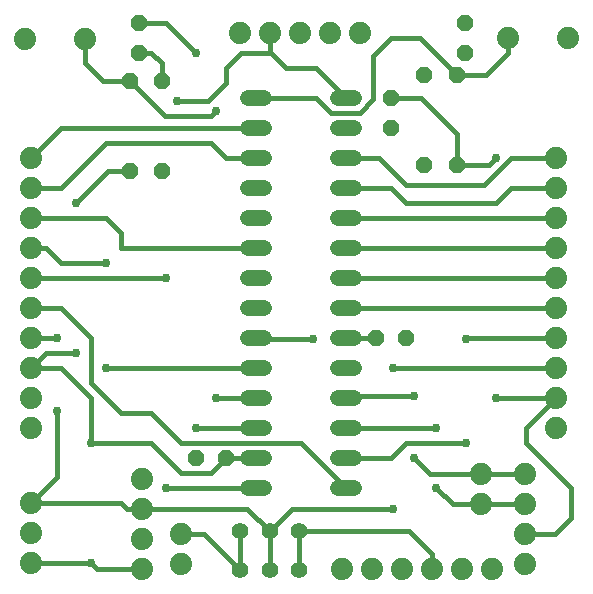
<source format=gbr>
G04 EAGLE Gerber RS-274X export*
G75*
%MOMM*%
%FSLAX34Y34*%
%LPD*%
%INTop Copper*%
%IPPOS*%
%AMOC8*
5,1,8,0,0,1.08239X$1,22.5*%
G01*
%ADD10P,1.429621X8X292.500000*%
%ADD11P,1.429621X8X202.500000*%
%ADD12P,1.429621X8X22.500000*%
%ADD13P,1.429621X8X112.500000*%
%ADD14C,1.320800*%
%ADD15C,1.879600*%
%ADD16C,1.408000*%
%ADD17C,0.406400*%
%ADD18C,0.756400*%


D10*
X330200Y419100D03*
X330200Y393700D03*
D11*
X190500Y114300D03*
X165100Y114300D03*
D12*
X317500Y215900D03*
X342900Y215900D03*
D10*
X392430Y482600D03*
X392430Y457200D03*
X116840Y482600D03*
X116840Y457200D03*
D13*
X358140Y361950D03*
X358140Y438150D03*
X135890Y356870D03*
X135890Y433070D03*
D10*
X386080Y438150D03*
X386080Y361950D03*
X109220Y433070D03*
X109220Y356870D03*
D14*
X209296Y419100D02*
X222504Y419100D01*
X222504Y393700D02*
X209296Y393700D01*
X209296Y368300D02*
X222504Y368300D01*
X222504Y342900D02*
X209296Y342900D01*
X209296Y317500D02*
X222504Y317500D01*
X222504Y292100D02*
X209296Y292100D01*
X209296Y266700D02*
X222504Y266700D01*
X222504Y241300D02*
X209296Y241300D01*
X209296Y215900D02*
X222504Y215900D01*
X222504Y190500D02*
X209296Y190500D01*
X209296Y165100D02*
X222504Y165100D01*
X222504Y139700D02*
X209296Y139700D01*
X209296Y114300D02*
X222504Y114300D01*
X222504Y88900D02*
X209296Y88900D01*
X285496Y88900D02*
X298704Y88900D01*
X298704Y114300D02*
X285496Y114300D01*
X285496Y139700D02*
X298704Y139700D01*
X298704Y165100D02*
X285496Y165100D01*
X285496Y190500D02*
X298704Y190500D01*
X298704Y215900D02*
X285496Y215900D01*
X285496Y241300D02*
X298704Y241300D01*
X298704Y266700D02*
X285496Y266700D01*
X285496Y292100D02*
X298704Y292100D01*
X298704Y317500D02*
X285496Y317500D01*
X285496Y342900D02*
X298704Y342900D01*
X298704Y368300D02*
X285496Y368300D01*
X285496Y393700D02*
X298704Y393700D01*
X298704Y419100D02*
X285496Y419100D01*
D15*
X406400Y100330D03*
X406400Y74930D03*
X469900Y368300D03*
X469900Y342900D03*
X469900Y317500D03*
X469900Y292100D03*
X469900Y266700D03*
X469900Y241300D03*
X469900Y215900D03*
X469900Y190500D03*
X469900Y165100D03*
X469900Y139700D03*
X25400Y241300D03*
X25400Y215900D03*
X25400Y190500D03*
X25400Y165100D03*
X25400Y139700D03*
X25400Y368300D03*
X25400Y342900D03*
X25400Y317500D03*
X25400Y292100D03*
X25400Y266700D03*
X25400Y25400D03*
X25400Y76200D03*
X25400Y50800D03*
X152400Y24130D03*
X152400Y49530D03*
D16*
X202330Y19060D03*
X227330Y19060D03*
X252330Y19060D03*
X252330Y52060D03*
X227330Y52060D03*
X202330Y52060D03*
D15*
X119380Y20320D03*
X119380Y45720D03*
X119380Y71120D03*
X119380Y96520D03*
X415290Y20320D03*
X389890Y20320D03*
X364490Y20320D03*
X339090Y20320D03*
X313690Y20320D03*
X288290Y20320D03*
X201930Y473710D03*
X227330Y473710D03*
X252730Y473710D03*
X278130Y473710D03*
X303530Y473710D03*
X443230Y24130D03*
X443230Y49530D03*
X443230Y74930D03*
X443230Y100330D03*
X429260Y469900D03*
X480060Y469900D03*
X71120Y468630D03*
X20320Y468630D03*
D17*
X202330Y52060D02*
X202330Y19060D01*
X171860Y49530D02*
X152400Y49530D01*
X171860Y49530D02*
X202330Y19060D01*
X227330Y19060D02*
X227330Y52060D01*
X208270Y71120D01*
X119380Y71120D01*
X227330Y52060D02*
X246390Y71120D01*
X331470Y71120D01*
D18*
X331470Y71120D03*
X331470Y190500D03*
D17*
X469900Y190500D01*
X119380Y71120D02*
X106680Y71120D01*
X101600Y76200D01*
X25400Y76200D01*
X25400Y215900D02*
X46990Y215900D01*
D18*
X46990Y215900D03*
X46990Y153670D03*
D17*
X46990Y97790D01*
X25400Y76200D01*
X190500Y114300D02*
X215900Y114300D01*
X330200Y419100D02*
X355600Y419100D01*
X386080Y388620D01*
X386080Y361950D01*
X443230Y49530D02*
X468630Y49530D01*
X482600Y63500D01*
X482600Y88900D01*
X444500Y127000D01*
X444500Y139700D01*
X469900Y165100D01*
X119380Y20320D02*
X81280Y20320D01*
X76200Y25400D01*
D18*
X76200Y25400D03*
X76200Y127000D03*
D17*
X76200Y25400D02*
X25400Y25400D01*
X127000Y127000D02*
X152400Y101600D01*
X127000Y127000D02*
X76200Y127000D01*
X76200Y165100D01*
X50800Y190500D01*
X25400Y190500D01*
X177800Y101600D02*
X190500Y114300D01*
X177800Y101600D02*
X152400Y101600D01*
X292100Y419100D02*
X266700Y444500D01*
X241300Y444500D01*
X228600Y457200D01*
X227330Y458470D01*
X227330Y473710D01*
X419100Y165100D02*
X469900Y165100D01*
D18*
X419100Y165100D03*
X419100Y368300D03*
D17*
X412750Y361950D01*
X386080Y361950D01*
X38100Y203200D02*
X25400Y190500D01*
X38100Y203200D02*
X63500Y203200D01*
D18*
X63500Y203200D03*
X63500Y330200D03*
D17*
X90170Y356870D01*
X109220Y356870D01*
D18*
X148590Y416560D03*
D17*
X175260Y416560D01*
X190500Y431800D01*
X190500Y444500D01*
X203200Y457200D01*
X228600Y457200D01*
X252330Y52060D02*
X252330Y19060D01*
X364490Y20320D02*
X364490Y33020D01*
X345450Y52060D01*
X252330Y52060D01*
X127000Y457200D02*
X116840Y457200D01*
X127000Y457200D02*
X135890Y448310D01*
X135890Y433070D01*
X292100Y215900D02*
X317500Y215900D01*
X410210Y438150D02*
X429260Y457200D01*
X410210Y438150D02*
X386080Y438150D01*
X429260Y457200D02*
X429260Y469900D01*
X266700Y419100D02*
X215900Y419100D01*
X266700Y419100D02*
X279400Y406400D01*
X303530Y406400D01*
X314960Y417830D01*
X354330Y469900D02*
X386080Y438150D01*
X314960Y454660D02*
X314960Y417830D01*
X314960Y454660D02*
X330200Y469900D01*
X354330Y469900D01*
X215900Y139700D02*
X165100Y139700D01*
D18*
X165100Y139700D03*
X165100Y457200D03*
D17*
X139700Y482600D01*
X116840Y482600D01*
X109220Y433070D02*
X86360Y433070D01*
X71120Y448310D01*
X71120Y468630D01*
X181610Y165100D02*
X215900Y165100D01*
D18*
X181610Y165100D03*
X181610Y407670D03*
D17*
X177800Y403860D01*
X138430Y403860D01*
X109220Y433070D01*
X293370Y166370D02*
X349250Y166370D01*
X293370Y166370D02*
X292100Y165100D01*
D18*
X349250Y166370D03*
X349250Y114300D03*
D17*
X363220Y100330D02*
X406400Y100330D01*
X363220Y100330D02*
X349250Y114300D01*
X406400Y100330D02*
X443230Y100330D01*
X368300Y139700D02*
X292100Y139700D01*
D18*
X368300Y139700D03*
X368300Y88900D03*
D17*
X382270Y74930D02*
X406400Y74930D01*
X382270Y74930D02*
X368300Y88900D01*
X406400Y74930D02*
X443230Y74930D01*
X264160Y214630D02*
X217170Y214630D01*
X215900Y215900D01*
D18*
X264160Y214630D03*
D17*
X50800Y393700D02*
X25400Y368300D01*
X50800Y393700D02*
X215900Y393700D01*
X50800Y342900D02*
X25400Y342900D01*
X50800Y342900D02*
X88900Y381000D01*
X177800Y381000D01*
X190500Y368300D01*
X215900Y368300D01*
X88900Y317500D02*
X25400Y317500D01*
X88900Y317500D02*
X101600Y304800D01*
X101600Y292100D01*
X215900Y292100D01*
X88900Y279400D02*
X50800Y279400D01*
X38100Y292100D01*
D18*
X88900Y279400D03*
X88900Y190500D03*
D17*
X38100Y292100D02*
X25400Y292100D01*
X88900Y190500D02*
X215900Y190500D01*
X215900Y88900D02*
X139700Y88900D01*
D18*
X139700Y88900D03*
X139700Y266700D03*
D17*
X25400Y266700D01*
X330200Y114300D02*
X342900Y127000D01*
X330200Y114300D02*
X292100Y114300D01*
X342900Y127000D02*
X393700Y127000D01*
D18*
X393700Y127000D03*
X393700Y214630D03*
D17*
X394970Y215900D02*
X469900Y215900D01*
X394970Y215900D02*
X393700Y214630D01*
X50800Y241300D02*
X25400Y241300D01*
X50800Y241300D02*
X76200Y215900D01*
X76200Y177800D01*
X101600Y152400D01*
X127000Y152400D01*
X152400Y127000D01*
X254000Y127000D01*
X292100Y88900D01*
X292100Y241300D02*
X469900Y241300D01*
X469900Y266700D02*
X292100Y266700D01*
X292100Y292100D02*
X469900Y292100D01*
X469900Y317500D02*
X292100Y317500D01*
X292100Y342900D02*
X330200Y342900D01*
X342900Y330200D01*
X419100Y330200D01*
X431800Y342900D01*
X469900Y342900D01*
X320040Y368300D02*
X292100Y368300D01*
X320040Y368300D02*
X342900Y345440D01*
X408940Y345440D01*
X431800Y368300D02*
X469900Y368300D01*
X431800Y368300D02*
X408940Y345440D01*
M02*

</source>
